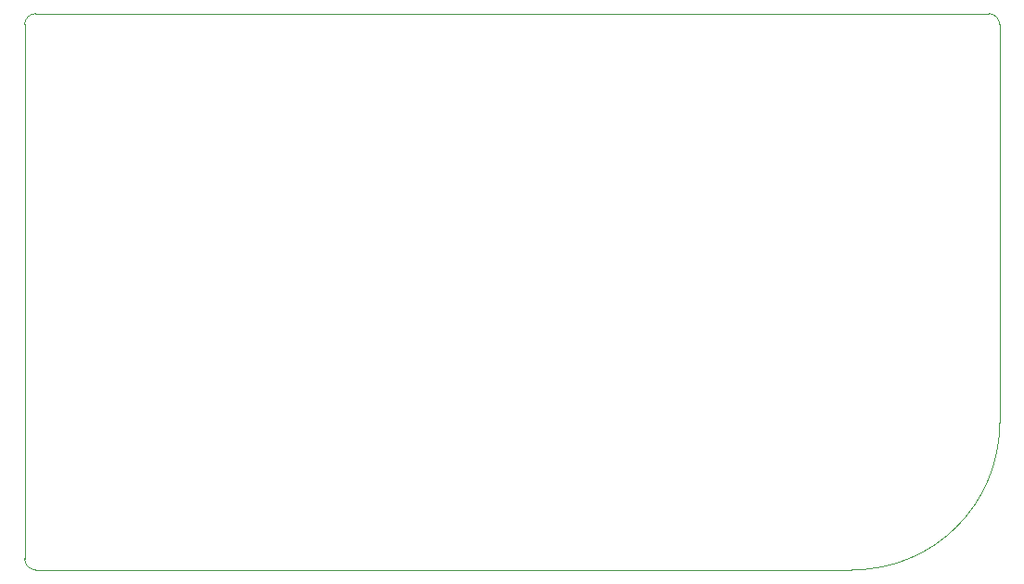
<source format=gbr>
%TF.GenerationSoftware,KiCad,Pcbnew,9.0.2*%
%TF.CreationDate,2025-08-30T01:58:34+06:00*%
%TF.ProjectId,lm399,6c6d3339-392e-46b6-9963-61645f706362,rev?*%
%TF.SameCoordinates,Original*%
%TF.FileFunction,Profile,NP*%
%FSLAX46Y46*%
G04 Gerber Fmt 4.6, Leading zero omitted, Abs format (unit mm)*
G04 Created by KiCad (PCBNEW 9.0.2) date 2025-08-30 01:58:34*
%MOMM*%
%LPD*%
G01*
G04 APERTURE LIST*
%TA.AperFunction,Profile*%
%ADD10C,0.050000*%
%TD*%
G04 APERTURE END LIST*
D10*
X128200373Y-76150000D02*
X128200000Y-39750000D01*
X39200000Y-39750000D02*
X39200000Y-88550000D01*
X40200000Y-89550000D02*
X114700000Y-89550000D01*
X39200000Y-39750000D02*
G75*
G02*
X40200000Y-38750000I1000000J0D01*
G01*
X40200000Y-89550000D02*
G75*
G02*
X39200000Y-88550000I0J1000000D01*
G01*
X127200000Y-38750000D02*
X40200000Y-38750000D01*
X127200000Y-38750000D02*
G75*
G02*
X128200000Y-39750000I0J-1000000D01*
G01*
X128200373Y-76150000D02*
G75*
G02*
X114700000Y-89550000I-13400373J0D01*
G01*
M02*

</source>
